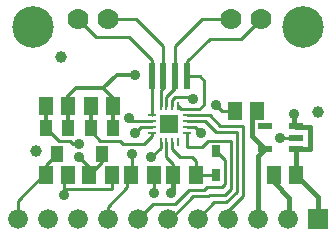
<source format=gbr>
G04 EAGLE Gerber RS-274X export*
G75*
%MOMM*%
%FSLAX34Y34*%
%LPD*%
%INTop Copper*%
%IPPOS*%
%AMOC8*
5,1,8,0,0,1.08239X$1,22.5*%
G01*
%ADD10R,1.500000X1.500000*%
%ADD11R,0.800000X0.280000*%
%ADD12R,0.280000X0.800000*%
%ADD13R,1.300000X1.500000*%
%ADD14C,3.516000*%
%ADD15C,1.000000*%
%ADD16R,1.000000X1.400000*%
%ADD17R,0.800000X1.000000*%
%ADD18R,1.200000X0.550000*%
%ADD19R,1.676400X1.676400*%
%ADD20C,1.676400*%
%ADD21C,1.778000*%
%ADD22R,0.600000X2.300000*%
%ADD23C,0.254000*%
%ADD24C,0.906400*%
%ADD25C,0.406400*%
%ADD26C,0.304800*%


D10*
X140970Y101600D03*
D11*
X125970Y109100D03*
X125970Y104100D03*
X125970Y99100D03*
X125970Y94100D03*
D12*
X133470Y86600D03*
X138470Y86600D03*
X143470Y86600D03*
X148470Y86600D03*
D11*
X155970Y94100D03*
X155970Y99100D03*
X155970Y104100D03*
X155970Y109100D03*
D12*
X148470Y116600D03*
X143470Y116600D03*
X138470Y116600D03*
X133470Y116600D03*
D13*
X215240Y113030D03*
X196240Y113030D03*
D14*
X25400Y184150D03*
X254000Y184150D03*
D15*
X49530Y158750D03*
X266700Y111760D03*
D16*
X45720Y76630D03*
X36220Y98630D03*
X55220Y98630D03*
X83820Y76630D03*
X74320Y98630D03*
X93320Y98630D03*
D13*
X73050Y58420D03*
X92050Y58420D03*
X55220Y58420D03*
X36220Y58420D03*
X55220Y116840D03*
X36220Y116840D03*
X74320Y116840D03*
X93320Y116840D03*
D17*
X180340Y58580D03*
X180340Y78580D03*
D13*
X248260Y58420D03*
X229260Y58420D03*
D18*
X247951Y80670D03*
X247951Y90170D03*
X247951Y99670D03*
X221949Y99670D03*
X221949Y80670D03*
D13*
X163170Y58420D03*
X144170Y58420D03*
X127610Y58420D03*
X108610Y58420D03*
D19*
X266700Y21590D03*
D20*
X241300Y21590D03*
X215900Y21590D03*
X190500Y21590D03*
X165100Y21590D03*
X139700Y21590D03*
X114300Y21590D03*
X88900Y21590D03*
X63500Y21590D03*
X38100Y21590D03*
X12700Y21590D03*
D21*
X218440Y190500D03*
X193040Y190500D03*
X63500Y190500D03*
X88900Y190500D03*
D22*
X155970Y141940D03*
X145970Y141940D03*
X135970Y141940D03*
X125970Y141940D03*
D15*
X27940Y78740D03*
D23*
X234950Y90170D02*
X247951Y90170D01*
D24*
X234950Y90170D03*
X180340Y118110D03*
X167640Y93980D03*
D23*
X128270Y59080D02*
X127610Y58420D01*
X128270Y59080D02*
X128270Y43180D01*
D24*
X128270Y43180D03*
D23*
X155970Y99100D02*
X162520Y99100D01*
X167640Y93980D01*
X185420Y113030D02*
X180340Y118110D01*
X185420Y113030D02*
X196240Y113030D01*
D25*
X229260Y58420D02*
X229260Y52680D01*
X242570Y39370D01*
X242570Y21590D01*
X241300Y21590D01*
D23*
X125970Y99100D02*
X116880Y99100D01*
X111760Y93980D01*
D24*
X111760Y93980D03*
D23*
X108610Y58420D02*
X105410Y55220D01*
X105410Y48260D01*
X88900Y31750D01*
X88900Y21590D01*
D24*
X109220Y76200D03*
D23*
X109220Y59030D01*
X108610Y58420D01*
D24*
X106680Y106680D03*
D23*
X109260Y104100D01*
X125970Y104100D01*
X155970Y104100D02*
X171490Y104100D01*
X180340Y95250D01*
X198120Y95250D01*
X198120Y44450D01*
X189230Y35560D01*
X179070Y35560D01*
X165100Y21590D01*
X184150Y100330D02*
X203200Y100330D01*
X184150Y100330D02*
X175260Y109220D01*
X156090Y109220D01*
X155970Y109100D01*
X203200Y100330D02*
X203200Y40640D01*
X190500Y27940D01*
X190500Y21590D01*
X138470Y116600D02*
X138470Y124500D01*
X146050Y132080D01*
X145970Y167560D02*
X168910Y190500D01*
X193040Y190500D01*
X145970Y167560D02*
X145970Y141940D01*
X146050Y141860D02*
X146050Y132080D01*
X146050Y141860D02*
X145970Y141940D01*
X125970Y141940D02*
X125970Y109100D01*
X78740Y175260D02*
X63500Y190500D01*
X78740Y175260D02*
X106680Y175260D01*
X125970Y155970D01*
X125970Y141940D01*
X166370Y114300D02*
X170180Y118110D01*
X170180Y138430D01*
X166670Y141940D01*
X155970Y141940D01*
X201930Y173990D02*
X218440Y190500D01*
X201930Y173990D02*
X175260Y173990D01*
X155970Y154700D01*
X155970Y141940D01*
X148470Y116600D02*
X150770Y114300D01*
X166370Y114300D01*
X133470Y116600D02*
X133470Y129660D01*
X135890Y132080D01*
X113030Y190500D02*
X88900Y190500D01*
X113030Y190500D02*
X135890Y167640D01*
X135890Y142020D01*
X135890Y141860D02*
X135890Y132080D01*
X135890Y141860D02*
X135970Y141940D01*
X135890Y142020D01*
D26*
X36220Y116840D02*
X36220Y100990D01*
D24*
X64770Y85090D03*
X125730Y73660D03*
D23*
X133470Y81400D01*
X133470Y86600D01*
X36220Y98630D02*
X36220Y100990D01*
X36220Y98630D02*
X47220Y87630D01*
X57150Y87630D01*
X59690Y85090D01*
X64770Y85090D01*
D26*
X74320Y98630D02*
X74320Y116840D01*
D23*
X74320Y98630D02*
X74320Y95860D01*
X82550Y87630D01*
X99060Y87630D01*
X101600Y85090D01*
X119380Y85090D01*
X125970Y91680D01*
X125970Y94100D01*
X45720Y76630D02*
X36220Y67130D01*
X36220Y58420D01*
X34290Y58420D01*
X12700Y36830D01*
X12700Y21590D01*
X73050Y58420D02*
X83820Y69190D01*
X83820Y76630D01*
X73050Y65380D02*
X73050Y58420D01*
X73050Y65380D02*
X64770Y73660D01*
D24*
X64770Y73660D03*
D26*
X55220Y98630D02*
X55220Y116840D01*
X93320Y116840D02*
X93320Y98630D01*
X55220Y116840D02*
X55220Y125070D01*
X62230Y132080D01*
X85090Y132080D01*
X92710Y124460D01*
X92710Y117450D01*
X93320Y116840D01*
D23*
X138470Y86600D02*
X138470Y73620D01*
X144170Y67920D01*
X144170Y58420D01*
X143470Y116600D02*
X143470Y121880D01*
X146050Y124460D01*
X160020Y124460D01*
X161290Y123190D01*
D24*
X161290Y123190D03*
D25*
X210820Y91799D02*
X221949Y80670D01*
X210820Y91799D02*
X210820Y109220D01*
D23*
X221640Y80670D02*
X221949Y80670D01*
D25*
X144170Y58420D02*
X144170Y45110D01*
X142240Y43180D01*
D24*
X142240Y43180D03*
D23*
X210820Y109220D02*
X214630Y113030D01*
X215240Y113030D01*
D25*
X221640Y80670D02*
X215900Y74930D01*
D26*
X96520Y143510D02*
X85090Y132080D01*
X96520Y143510D02*
X111760Y143510D01*
D24*
X111760Y143510D03*
D25*
X215900Y74930D02*
X215900Y21590D01*
D23*
X92050Y46990D02*
X92050Y58420D01*
X92050Y46990D02*
X52070Y46990D01*
X52070Y58420D01*
X55220Y58420D01*
D25*
X248260Y58420D02*
X248260Y80361D01*
D23*
X247951Y80670D01*
X52070Y46990D02*
X52070Y41910D01*
D24*
X52070Y41910D03*
X246380Y110490D03*
D25*
X247951Y80670D02*
X260350Y80670D01*
X260350Y99060D01*
X247951Y99060D01*
X247951Y99670D01*
X246380Y99670D01*
X246380Y110490D01*
X248260Y58420D02*
X266700Y39980D01*
X266700Y21590D01*
D23*
X143470Y80050D02*
X143470Y86600D01*
X143470Y80050D02*
X149860Y73660D01*
X160020Y73660D01*
X163170Y70510D01*
X163830Y69850D01*
X163170Y70510D02*
X163170Y58420D01*
X163830Y58580D02*
X180340Y58580D01*
X163830Y58580D02*
X163830Y69850D01*
X180340Y78580D02*
X187960Y70960D01*
X187960Y50800D01*
X185420Y48260D01*
X172720Y48260D01*
X127000Y34290D02*
X114300Y21590D01*
X127000Y34290D02*
X146050Y34290D01*
X157480Y45720D01*
X170180Y45720D01*
X172720Y48260D01*
X173990Y87630D02*
X193040Y87630D01*
X173990Y87630D02*
X168910Y82550D01*
X155970Y82550D01*
X155970Y94100D01*
X193040Y87630D02*
X193040Y46990D01*
X187960Y41910D01*
X175260Y41910D01*
X173990Y40640D01*
X161290Y40640D01*
X142240Y21590D01*
X139700Y21590D01*
M02*

</source>
